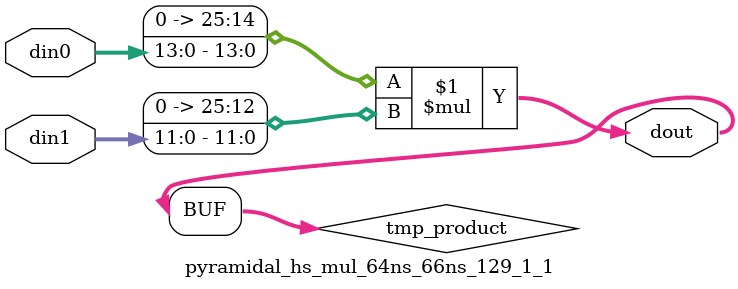
<source format=v>

`timescale 1 ns / 1 ps

 (* DowngradeIPIdentifiedWarnings="yes" *) module pyramidal_hs_mul_64ns_66ns_129_1_1(din0, din1, dout);
parameter ID = 1;
parameter NUM_STAGE = 0;
parameter din0_WIDTH = 14;
parameter din1_WIDTH = 12;
parameter dout_WIDTH = 26;

input [din0_WIDTH - 1 : 0] din0; 
input [din1_WIDTH - 1 : 0] din1; 
output [dout_WIDTH - 1 : 0] dout;

wire signed [dout_WIDTH - 1 : 0] tmp_product;
























assign tmp_product = $signed({1'b0, din0}) * $signed({1'b0, din1});











assign dout = tmp_product;





















endmodule

</source>
